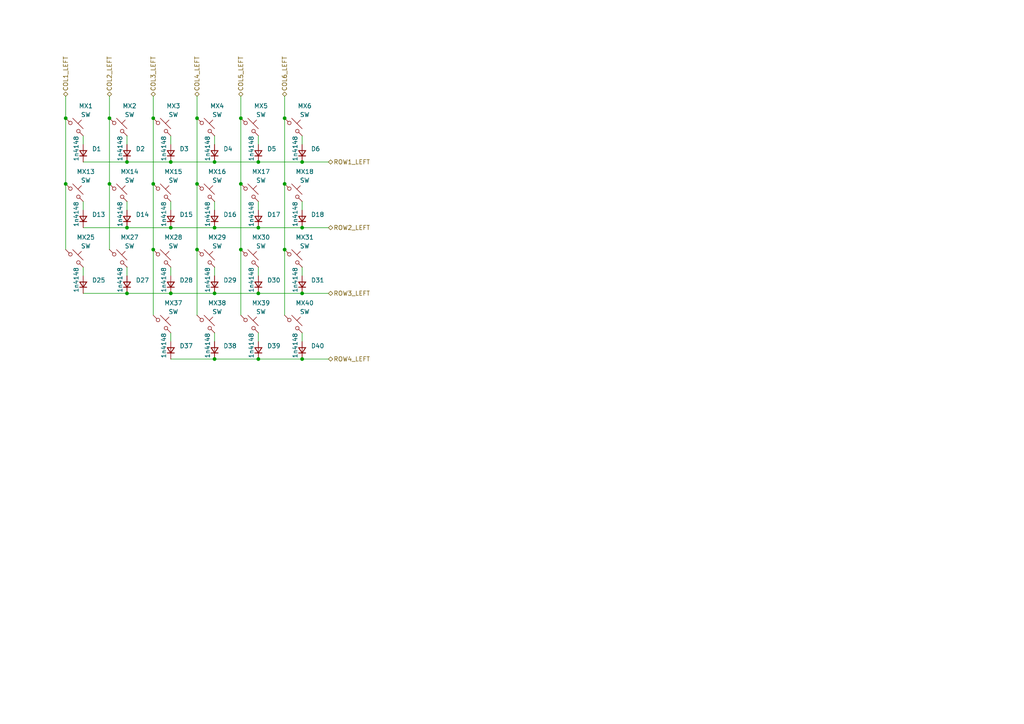
<source format=kicad_sch>
(kicad_sch (version 20231120) (generator "eeschema") (generator_version "8.0")
  (paper "A4")
  (lib_symbols
    (symbol "Device:D_Small" (pin_numbers hide) (pin_names (offset 0.254) hide)
      (property "Reference" "D" (at -1.27 2.032 0))
      (property "Value" "D_Small" (at -3.81 -2.032 0))
      (symbol "D_Small_0_1"
        (polyline (pts (xy -0.762 -1.016) (xy -0.762 1.016)) (stroke (width 0.254)))
        (polyline (pts (xy -0.762 0) (xy 0.762 0)))
        (polyline (pts (xy 0.762 -1.016) (xy -0.762 0) (xy 0.762 1.016) (xy 0.762 -1.016)) (stroke (width 0.254)))
      )
      (symbol "D_Small_1_1"
        (pin passive line (at -2.54 0 0) (length 1.778) (name "K") (number "1"))
        (pin passive line (at 2.54 0 180) (length 1.778) (name "A") (number "2"))
      )
    )
    (symbol "PCM_marbastlib-mx:MX_SW_solder" (pin_numbers hide) (pin_names (offset 1.016) hide)
      (property "Reference" "MX" (at 3.048 1.016 0))
      (property "Value" "MX_SW_solder" (at 0 -3.81 0))
      (symbol "MX_SW_solder_0_1"
        (circle (center -1.1684 1.1684) (radius 0.508))
        (polyline (pts (xy -0.508 2.54) (xy 2.54 -0.508)))
        (polyline (pts (xy 1.016 1.016) (xy 2.032 2.032)))
        (polyline (pts (xy -2.54 2.54) (xy -1.524 1.524) (xy -1.524 1.524)))
        (polyline (pts (xy 1.524 -1.524) (xy 2.54 -2.54) (xy 2.54 -2.54) (xy 2.54 -2.54)))
        (circle (center 1.143 -1.1938) (radius 0.508))
        (pin passive line (at -2.54 2.54 0) (length 0) (name "1") (number "1"))
        (pin passive line (at 2.54 -2.54 180) (length 0) (name "2") (number "2"))
      )
    )
  )
  (junction (at 57.15 34.29))
  (junction (at 87.63 85.09))
  (junction (at 31.75 34.29))
  (junction (at 36.83 85.09))
  (junction (at 49.53 85.09))
  (junction (at 69.85 34.29))
  (junction (at 82.55 34.29))
  (junction (at 74.93 85.09))
  (junction (at 69.85 72.39))
  (junction (at 49.53 66.04))
  (junction (at 87.63 66.04))
  (junction (at 74.93 66.04))
  (junction (at 69.85 53.34))
  (junction (at 49.53 46.99))
  (junction (at 74.93 46.99))
  (junction (at 82.55 72.39))
  (junction (at 74.93 104.14))
  (junction (at 62.23 46.99))
  (junction (at 82.55 53.34))
  (junction (at 62.23 66.04))
  (junction (at 44.45 53.34))
  (junction (at 57.15 72.39))
  (junction (at 19.05 53.34))
  (junction (at 36.83 66.04))
  (junction (at 36.83 46.99))
  (junction (at 87.63 104.14))
  (junction (at 19.05 34.29))
  (junction (at 62.23 104.14))
  (junction (at 62.23 85.09))
  (junction (at 87.63 46.99))
  (junction (at 44.45 72.39))
  (junction (at 31.75 53.34))
  (junction (at 44.45 34.29))
  (junction (at 57.15 53.34))
  (wire (pts (xy 74.93 39.37) (xy 74.93 41.91)))
  (wire (pts (xy 87.63 85.09) (xy 95.25 85.09)))
  (wire (pts (xy 82.55 72.39) (xy 82.55 91.44)))
  (wire (pts (xy 49.53 77.47) (xy 49.53 80.01)))
  (wire (pts (xy 69.85 53.34) (xy 69.85 72.39)))
  (wire (pts (xy 57.15 27.94) (xy 57.15 34.29)))
  (wire (pts (xy 49.53 104.14) (xy 62.23 104.14)))
  (wire (pts (xy 87.63 66.04) (xy 95.25 66.04)))
  (wire (pts (xy 62.23 39.37) (xy 62.23 41.91)))
  (wire (pts (xy 24.13 58.42) (xy 24.13 60.96)))
  (wire (pts (xy 87.63 96.52) (xy 87.63 99.06)))
  (wire (pts (xy 74.93 104.14) (xy 87.63 104.14)))
  (wire (pts (xy 87.63 39.37) (xy 87.63 41.91)))
  (wire (pts (xy 49.53 58.42) (xy 49.53 60.96)))
  (wire (pts (xy 57.15 53.34) (xy 57.15 72.39)))
  (wire (pts (xy 36.83 85.09) (xy 49.53 85.09)))
  (wire (pts (xy 62.23 96.52) (xy 62.23 99.06)))
  (wire (pts (xy 36.83 46.99) (xy 49.53 46.99)))
  (wire (pts (xy 82.55 34.29) (xy 82.55 53.34)))
  (wire (pts (xy 44.45 72.39) (xy 44.45 91.44)))
  (wire (pts (xy 36.83 58.42) (xy 36.83 60.96)))
  (wire (pts (xy 62.23 46.99) (xy 74.93 46.99)))
  (wire (pts (xy 44.45 53.34) (xy 44.45 72.39)))
  (wire (pts (xy 24.13 39.37) (xy 24.13 41.91)))
  (wire (pts (xy 74.93 58.42) (xy 74.93 60.96)))
  (wire (pts (xy 24.13 46.99) (xy 36.83 46.99)))
  (wire (pts (xy 19.05 53.34) (xy 19.05 72.39)))
  (wire (pts (xy 82.55 27.94) (xy 82.55 34.29)))
  (wire (pts (xy 74.93 77.47) (xy 74.93 80.01)))
  (wire (pts (xy 36.83 66.04) (xy 49.53 66.04)))
  (wire (pts (xy 74.93 85.09) (xy 87.63 85.09)))
  (wire (pts (xy 49.53 66.04) (xy 62.23 66.04)))
  (wire (pts (xy 69.85 34.29) (xy 69.85 53.34)))
  (wire (pts (xy 87.63 104.14) (xy 95.25 104.14)))
  (wire (pts (xy 62.23 85.09) (xy 74.93 85.09)))
  (wire (pts (xy 31.75 27.94) (xy 31.75 34.29)))
  (wire (pts (xy 62.23 77.47) (xy 62.23 80.01)))
  (wire (pts (xy 31.75 34.29) (xy 31.75 53.34)))
  (wire (pts (xy 44.45 27.94) (xy 44.45 34.29)))
  (wire (pts (xy 19.05 27.94) (xy 19.05 34.29)))
  (wire (pts (xy 49.53 39.37) (xy 49.53 41.91)))
  (wire (pts (xy 87.63 46.99) (xy 95.25 46.99)))
  (wire (pts (xy 74.93 46.99) (xy 87.63 46.99)))
  (wire (pts (xy 74.93 66.04) (xy 87.63 66.04)))
  (wire (pts (xy 36.83 39.37) (xy 36.83 41.91)))
  (wire (pts (xy 87.63 77.47) (xy 87.63 80.01)))
  (wire (pts (xy 69.85 72.39) (xy 69.85 91.44)))
  (wire (pts (xy 24.13 77.47) (xy 24.13 80.01)))
  (wire (pts (xy 24.13 66.04) (xy 36.83 66.04)))
  (wire (pts (xy 82.55 53.34) (xy 82.55 72.39)))
  (wire (pts (xy 31.75 53.34) (xy 31.75 72.39)))
  (wire (pts (xy 49.53 85.09) (xy 62.23 85.09)))
  (wire (pts (xy 57.15 34.29) (xy 57.15 53.34)))
  (wire (pts (xy 24.13 85.09) (xy 36.83 85.09)))
  (wire (pts (xy 62.23 58.42) (xy 62.23 60.96)))
  (wire (pts (xy 44.45 34.29) (xy 44.45 53.34)))
  (wire (pts (xy 87.63 58.42) (xy 87.63 60.96)))
  (wire (pts (xy 69.85 27.94) (xy 69.85 34.29)))
  (wire (pts (xy 74.93 96.52) (xy 74.93 99.06)))
  (wire (pts (xy 57.15 72.39) (xy 57.15 91.44)))
  (wire (pts (xy 62.23 66.04) (xy 74.93 66.04)))
  (wire (pts (xy 49.53 96.52) (xy 49.53 99.06)))
  (wire (pts (xy 19.05 34.29) (xy 19.05 53.34)))
  (wire (pts (xy 49.53 46.99) (xy 62.23 46.99)))
  (wire (pts (xy 36.83 77.47) (xy 36.83 80.01)))
  (wire (pts (xy 62.23 104.14) (xy 74.93 104.14)))
  (hierarchical_label "COL4_LEFT" (shape bidirectional) (at 57.15 27.94 90))
  (hierarchical_label "COL3_LEFT" (shape bidirectional) (at 44.45 27.94 90))
  (hierarchical_label "ROW2_LEFT" (shape bidirectional) (at 95.25 66.04 0))
  (hierarchical_label "COL6_LEFT" (shape bidirectional) (at 82.55 27.94 90))
  (hierarchical_label "ROW1_LEFT" (shape bidirectional) (at 95.25 46.99 0))
  (hierarchical_label "COL1_LEFT" (shape bidirectional) (at 19.05 27.94 90))
  (hierarchical_label "ROW4_LEFT" (shape bidirectional) (at 95.25 104.14 0))
  (hierarchical_label "COL5_LEFT" (shape bidirectional) (at 69.85 27.94 90))
  (hierarchical_label "COL2_LEFT" (shape bidirectional) (at 31.75 27.94 90))
  (hierarchical_label "ROW3_LEFT" (shape bidirectional) (at 95.25 85.09 0))
  (symbol (lib_id "Device:D_Small") (at 36.83 63.5 90) (unit 1)
    (property "Reference" "D14" (at 39.37 62.2299 90) (effects (justify right)))
    (property "Value" "1n4148" (at 34.798 58.42 0) (effects (justify right)))
    (property "Footprint" "Diode_SMD:D_SOD-123" (effects (hide yes)))
    (property "Description" "Diode, small symbol" (effects (hide yes)))
    (property "Sim.Device" "D" (effects (hide yes)))
    (property "Sim.Pins" "1=K 2=A" (effects (hide yes)))
  )
  (symbol (lib_id "PCM_marbastlib-mx:MX_SW_solder") (at 72.39 93.98 0) (unit 1)
    (property "Reference" "MX39" (at 75.692 87.884 0))
    (property "Value" "SW" (at 75.692 90.424 0))
    (property "Footprint" "PCM_Switch_Keyboard_Hotswap_Kailh:SW_Hotswap_Kailh_Choc_V1" (effects (hide yes)))
    (property "Description" "Push button switch, normally open, two pins, 45° tilted" (effects (hide yes)))
  )
  (symbol (lib_id "PCM_marbastlib-mx:MX_SW_solder") (at 85.09 93.98 0) (unit 1)
    (property "Reference" "MX40" (at 88.392 87.884 0))
    (property "Value" "SW" (at 88.392 90.424 0))
    (property "Footprint" "PCM_Switch_Keyboard_Hotswap_Kailh:SW_Hotswap_Kailh_Choc_V1" (effects (hide yes)))
    (property "Description" "Push button switch, normally open, two pins, 45° tilted" (effects (hide yes)))
  )
  (symbol (lib_id "PCM_marbastlib-mx:MX_SW_solder") (at 72.39 36.83 0) (unit 1)
    (property "Reference" "MX5" (at 75.692 30.734 0))
    (property "Value" "SW" (at 75.692 33.274 0))
    (property "Footprint" "PCM_Switch_Keyboard_Hotswap_Kailh:SW_Hotswap_Kailh_Choc_V1" (effects (hide yes)))
    (property "Description" "Push button switch, normally open, two pins, 45° tilted" (effects (hide yes)))
  )
  (symbol (lib_id "Device:D_Small") (at 74.93 44.45 90) (unit 1)
    (property "Reference" "D5" (at 77.47 43.1799 90) (effects (justify right)))
    (property "Value" "1n4148" (at 72.898 39.37 0) (effects (justify right)))
    (property "Footprint" "Diode_SMD:D_SOD-123" (effects (hide yes)))
    (property "Description" "Diode, small symbol" (effects (hide yes)))
    (property "Sim.Device" "D" (effects (hide yes)))
    (property "Sim.Pins" "1=K 2=A" (effects (hide yes)))
  )
  (symbol (lib_id "Device:D_Small") (at 49.53 101.6 90) (unit 1)
    (property "Reference" "D37" (at 52.07 100.3299 90) (effects (justify right)))
    (property "Value" "1n4148" (at 47.498 96.52 0) (effects (justify right)))
    (property "Footprint" "Diode_SMD:D_SOD-123" (effects (hide yes)))
    (property "Description" "Diode, small symbol" (effects (hide yes)))
    (property "Sim.Device" "D" (effects (hide yes)))
    (property "Sim.Pins" "1=K 2=A" (effects (hide yes)))
  )
  (symbol (lib_id "PCM_marbastlib-mx:MX_SW_solder") (at 34.29 36.83 0) (unit 1)
    (property "Reference" "MX2" (at 37.592 30.734 0))
    (property "Value" "SW" (at 37.592 33.274 0))
    (property "Footprint" "PCM_Switch_Keyboard_Hotswap_Kailh:SW_Hotswap_Kailh_Choc_V1" (effects (hide yes)))
    (property "Description" "Push button switch, normally open, two pins, 45° tilted" (effects (hide yes)))
  )
  (symbol (lib_id "Device:D_Small") (at 74.93 63.5 90) (unit 1)
    (property "Reference" "D17" (at 77.47 62.2299 90) (effects (justify right)))
    (property "Value" "1n4148" (at 72.898 58.42 0) (effects (justify right)))
    (property "Footprint" "Diode_SMD:D_SOD-123" (effects (hide yes)))
    (property "Description" "Diode, small symbol" (effects (hide yes)))
    (property "Sim.Device" "D" (effects (hide yes)))
    (property "Sim.Pins" "1=K 2=A" (effects (hide yes)))
  )
  (symbol (lib_id "PCM_marbastlib-mx:MX_SW_solder") (at 34.29 74.93 0) (unit 1)
    (property "Reference" "MX27" (at 37.592 68.834 0))
    (property "Value" "SW" (at 37.592 71.374 0))
    (property "Footprint" "PCM_Switch_Keyboard_Hotswap_Kailh:SW_Hotswap_Kailh_Choc_V1" (effects (hide yes)))
    (property "Description" "Push button switch, normally open, two pins, 45° tilted" (effects (hide yes)))
  )
  (symbol (lib_id "Device:D_Small") (at 62.23 101.6 90) (unit 1)
    (property "Reference" "D38" (at 64.77 100.3299 90) (effects (justify right)))
    (property "Value" "1n4148" (at 60.198 96.52 0) (effects (justify right)))
    (property "Footprint" "Diode_SMD:D_SOD-123" (effects (hide yes)))
    (property "Description" "Diode, small symbol" (effects (hide yes)))
    (property "Sim.Device" "D" (effects (hide yes)))
    (property "Sim.Pins" "1=K 2=A" (effects (hide yes)))
  )
  (symbol (lib_id "PCM_marbastlib-mx:MX_SW_solder") (at 85.09 36.83 0) (unit 1)
    (property "Reference" "MX6" (at 88.392 30.734 0))
    (property "Value" "SW" (at 88.392 33.274 0))
    (property "Footprint" "PCM_Switch_Keyboard_Hotswap_Kailh:SW_Hotswap_Kailh_Choc_V1" (effects (hide yes)))
    (property "Description" "Push button switch, normally open, two pins, 45° tilted" (effects (hide yes)))
  )
  (symbol (lib_id "PCM_marbastlib-mx:MX_SW_solder") (at 59.69 36.83 0) (unit 1)
    (property "Reference" "MX4" (at 62.992 30.734 0))
    (property "Value" "SW" (at 62.992 33.274 0))
    (property "Footprint" "PCM_Switch_Keyboard_Hotswap_Kailh:SW_Hotswap_Kailh_Choc_V1" (effects (hide yes)))
    (property "Description" "Push button switch, normally open, two pins, 45° tilted" (effects (hide yes)))
  )
  (symbol (lib_id "PCM_marbastlib-mx:MX_SW_solder") (at 46.99 36.83 0) (unit 1)
    (property "Reference" "MX3" (at 50.292 30.734 0))
    (property "Value" "SW" (at 50.292 33.274 0))
    (property "Footprint" "PCM_Switch_Keyboard_Hotswap_Kailh:SW_Hotswap_Kailh_Choc_V1" (effects (hide yes)))
    (property "Description" "Push button switch, normally open, two pins, 45° tilted" (effects (hide yes)))
  )
  (symbol (lib_id "Device:D_Small") (at 24.13 82.55 90) (unit 1)
    (property "Reference" "D25" (at 26.67 81.2799 90) (effects (justify right)))
    (property "Value" "1n4148" (at 22.098 77.47 0) (effects (justify right)))
    (property "Footprint" "Diode_SMD:D_SOD-123" (effects (hide yes)))
    (property "Description" "Diode, small symbol" (effects (hide yes)))
    (property "Sim.Device" "D" (effects (hide yes)))
    (property "Sim.Pins" "1=K 2=A" (effects (hide yes)))
  )
  (symbol (lib_id "PCM_marbastlib-mx:MX_SW_solder") (at 85.09 74.93 0) (unit 1)
    (property "Reference" "MX31" (at 88.392 68.834 0))
    (property "Value" "SW" (at 88.392 71.374 0))
    (property "Footprint" "PCM_Switch_Keyboard_Hotswap_Kailh:SW_Hotswap_Kailh_Choc_V1" (effects (hide yes)))
    (property "Description" "Push button switch, normally open, two pins, 45° tilted" (effects (hide yes)))
  )
  (symbol (lib_id "PCM_marbastlib-mx:MX_SW_solder") (at 85.09 55.88 0) (unit 1)
    (property "Reference" "MX18" (at 88.392 49.784 0))
    (property "Value" "SW" (at 88.392 52.324 0))
    (property "Footprint" "PCM_Switch_Keyboard_Hotswap_Kailh:SW_Hotswap_Kailh_Choc_V1" (effects (hide yes)))
    (property "Description" "Push button switch, normally open, two pins, 45° tilted" (effects (hide yes)))
  )
  (symbol (lib_id "Device:D_Small") (at 62.23 82.55 90) (unit 1)
    (property "Reference" "D29" (at 64.77 81.2799 90) (effects (justify right)))
    (property "Value" "1n4148" (at 60.198 77.47 0) (effects (justify right)))
    (property "Footprint" "Diode_SMD:D_SOD-123" (effects (hide yes)))
    (property "Description" "Diode, small symbol" (effects (hide yes)))
    (property "Sim.Device" "D" (effects (hide yes)))
    (property "Sim.Pins" "1=K 2=A" (effects (hide yes)))
  )
  (symbol (lib_id "PCM_marbastlib-mx:MX_SW_solder") (at 34.29 55.88 0) (unit 1)
    (property "Reference" "MX14" (at 37.592 49.784 0))
    (property "Value" "SW" (at 37.592 52.324 0))
    (property "Footprint" "PCM_Switch_Keyboard_Hotswap_Kailh:SW_Hotswap_Kailh_Choc_V1" (effects (hide yes)))
    (property "Description" "Push button switch, normally open, two pins, 45° tilted" (effects (hide yes)))
  )
  (symbol (lib_id "PCM_marbastlib-mx:MX_SW_solder") (at 72.39 55.88 0) (unit 1)
    (property "Reference" "MX17" (at 75.692 49.784 0))
    (property "Value" "SW" (at 75.692 52.324 0))
    (property "Footprint" "PCM_Switch_Keyboard_Hotswap_Kailh:SW_Hotswap_Kailh_Choc_V1" (effects (hide yes)))
    (property "Description" "Push button switch, normally open, two pins, 45° tilted" (effects (hide yes)))
  )
  (symbol (lib_id "Device:D_Small") (at 87.63 101.6 90) (unit 1)
    (property "Reference" "D40" (at 90.17 100.3299 90) (effects (justify right)))
    (property "Value" "1n4148" (at 85.598 96.52 0) (effects (justify right)))
    (property "Footprint" "Diode_SMD:D_SOD-123" (effects (hide yes)))
    (property "Description" "Diode, small symbol" (effects (hide yes)))
    (property "Sim.Device" "D" (effects (hide yes)))
    (property "Sim.Pins" "1=K 2=A" (effects (hide yes)))
  )
  (symbol (lib_id "PCM_marbastlib-mx:MX_SW_solder") (at 46.99 55.88 0) (unit 1)
    (property "Reference" "MX15" (at 50.292 49.784 0))
    (property "Value" "SW" (at 50.292 52.324 0))
    (property "Footprint" "PCM_Switch_Keyboard_Hotswap_Kailh:SW_Hotswap_Kailh_Choc_V1" (effects (hide yes)))
    (property "Description" "Push button switch, normally open, two pins, 45° tilted" (effects (hide yes)))
  )
  (symbol (lib_id "Device:D_Small") (at 87.63 82.55 90) (unit 1)
    (property "Reference" "D31" (at 90.17 81.2799 90) (effects (justify right)))
    (property "Value" "1n4148" (at 85.598 77.47 0) (effects (justify right)))
    (property "Footprint" "Diode_SMD:D_SOD-123" (effects (hide yes)))
    (property "Description" "Diode, small symbol" (effects (hide yes)))
    (property "Sim.Device" "D" (effects (hide yes)))
    (property "Sim.Pins" "1=K 2=A" (effects (hide yes)))
  )
  (symbol (lib_id "PCM_marbastlib-mx:MX_SW_solder") (at 59.69 93.98 0) (unit 1)
    (property "Reference" "MX38" (at 62.992 87.884 0))
    (property "Value" "SW" (at 62.992 90.424 0))
    (property "Footprint" "PCM_Switch_Keyboard_Hotswap_Kailh:SW_Hotswap_Kailh_Choc_V1" (effects (hide yes)))
    (property "Description" "Push button switch, normally open, two pins, 45° tilted" (effects (hide yes)))
  )
  (symbol (lib_id "PCM_marbastlib-mx:MX_SW_solder") (at 21.59 74.93 0) (unit 1)
    (property "Reference" "MX25" (at 24.892 68.834 0))
    (property "Value" "SW" (at 24.892 71.374 0))
    (property "Footprint" "PCM_Switch_Keyboard_Hotswap_Kailh:SW_Hotswap_Kailh_Choc_V1" (effects (hide yes)))
    (property "Description" "Push button switch, normally open, two pins, 45° tilted" (effects (hide yes)))
  )
  (symbol (lib_id "PCM_marbastlib-mx:MX_SW_solder") (at 72.39 74.93 0) (unit 1)
    (property "Reference" "MX30" (at 75.692 68.834 0))
    (property "Value" "SW" (at 75.692 71.374 0))
    (property "Footprint" "PCM_Switch_Keyboard_Hotswap_Kailh:SW_Hotswap_Kailh_Choc_V1" (effects (hide yes)))
    (property "Description" "Push button switch, normally open, two pins, 45° tilted" (effects (hide yes)))
  )
  (symbol (lib_id "Device:D_Small") (at 24.13 63.5 90) (unit 1)
    (property "Reference" "D13" (at 26.67 62.2299 90) (effects (justify right)))
    (property "Value" "1n4148" (at 22.098 58.42 0) (effects (justify right)))
    (property "Footprint" "Diode_SMD:D_SOD-123" (effects (hide yes)))
    (property "Description" "Diode, small symbol" (effects (hide yes)))
    (property "Sim.Device" "D" (effects (hide yes)))
    (property "Sim.Pins" "1=K 2=A" (effects (hide yes)))
  )
  (symbol (lib_id "Device:D_Small") (at 36.83 82.55 90) (unit 1)
    (property "Reference" "D27" (at 39.37 81.2799 90) (effects (justify right)))
    (property "Value" "1n4148" (at 34.798 77.47 0) (effects (justify right)))
    (property "Footprint" "Diode_SMD:D_SOD-123" (effects (hide yes)))
    (property "Description" "Diode, small symbol" (effects (hide yes)))
    (property "Sim.Device" "D" (effects (hide yes)))
    (property "Sim.Pins" "1=K 2=A" (effects (hide yes)))
  )
  (symbol (lib_id "Device:D_Small") (at 87.63 63.5 90) (unit 1)
    (property "Reference" "D18" (at 90.17 62.2299 90) (effects (justify right)))
    (property "Value" "1n4148" (at 85.598 58.42 0) (effects (justify right)))
    (property "Footprint" "Diode_SMD:D_SOD-123" (effects (hide yes)))
    (property "Description" "Diode, small symbol" (effects (hide yes)))
    (property "Sim.Device" "D" (effects (hide yes)))
    (property "Sim.Pins" "1=K 2=A" (effects (hide yes)))
  )
  (symbol (lib_id "PCM_marbastlib-mx:MX_SW_solder") (at 46.99 93.98 0) (unit 1)
    (property "Reference" "MX37" (at 50.292 87.884 0))
    (property "Value" "SW" (at 50.292 90.424 0))
    (property "Footprint" "PCM_Switch_Keyboard_Hotswap_Kailh:SW_Hotswap_Kailh_Choc_V1" (effects (hide yes)))
    (property "Description" "Push button switch, normally open, two pins, 45° tilted" (effects (hide yes)))
  )
  (symbol (lib_id "Device:D_Small") (at 62.23 44.45 90) (unit 1)
    (property "Reference" "D4" (at 64.77 43.1799 90) (effects (justify right)))
    (property "Value" "1n4148" (at 60.198 39.37 0) (effects (justify right)))
    (property "Footprint" "Diode_SMD:D_SOD-123" (effects (hide yes)))
    (property "Description" "Diode, small symbol" (effects (hide yes)))
    (property "Sim.Device" "D" (effects (hide yes)))
    (property "Sim.Pins" "1=K 2=A" (effects (hide yes)))
  )
  (symbol (lib_id "Device:D_Small") (at 49.53 44.45 90) (unit 1)
    (property "Reference" "D3" (at 52.07 43.1799 90) (effects (justify right)))
    (property "Value" "1n4148" (at 47.498 39.37 0) (effects (justify right)))
    (property "Footprint" "Diode_SMD:D_SOD-123" (effects (hide yes)))
    (property "Description" "Diode, small symbol" (effects (hide yes)))
    (property "Sim.Device" "D" (effects (hide yes)))
    (property "Sim.Pins" "1=K 2=A" (effects (hide yes)))
  )
  (symbol (lib_id "Device:D_Small") (at 36.83 44.45 90) (unit 1)
    (property "Reference" "D2" (at 39.37 43.1799 90) (effects (justify right)))
    (property "Value" "1n4148" (at 34.798 39.37 0) (effects (justify right)))
    (property "Footprint" "Diode_SMD:D_SOD-123" (effects (hide yes)))
    (property "Description" "Diode, small symbol" (effects (hide yes)))
    (property "Sim.Device" "D" (effects (hide yes)))
    (property "Sim.Pins" "1=K 2=A" (effects (hide yes)))
  )
  (symbol (lib_id "Device:D_Small") (at 24.13 44.45 90) (unit 1)
    (property "Reference" "D1" (at 26.67 43.1799 90) (effects (justify right)))
    (property "Value" "1n4148" (at 22.098 39.37 0) (effects (justify right)))
    (property "Footprint" "Diode_SMD:D_SOD-123" (effects (hide yes)))
    (property "Description" "Diode, small symbol" (effects (hide yes)))
    (property "Sim.Device" "D" (effects (hide yes)))
    (property "Sim.Pins" "1=K 2=A" (effects (hide yes)))
  )
  (symbol (lib_id "PCM_marbastlib-mx:MX_SW_solder") (at 21.59 55.88 0) (unit 1)
    (property "Reference" "MX13" (at 24.892 49.784 0))
    (property "Value" "SW" (at 24.892 52.324 0))
    (property "Footprint" "PCM_Switch_Keyboard_Hotswap_Kailh:SW_Hotswap_Kailh_Choc_V1" (effects (hide yes)))
    (property "Description" "Push button switch, normally open, two pins, 45° tilted" (effects (hide yes)))
  )
  (symbol (lib_id "PCM_marbastlib-mx:MX_SW_solder") (at 59.69 74.93 0) (unit 1)
    (property "Reference" "MX29" (at 62.992 68.834 0))
    (property "Value" "SW" (at 62.992 71.374 0))
    (property "Footprint" "PCM_Switch_Keyboard_Hotswap_Kailh:SW_Hotswap_Kailh_Choc_V1" (effects (hide yes)))
    (property "Description" "Push button switch, normally open, two pins, 45° tilted" (effects (hide yes)))
  )
  (symbol (lib_id "Device:D_Small") (at 74.93 82.55 90) (unit 1)
    (property "Reference" "D30" (at 77.47 81.2799 90) (effects (justify right)))
    (property "Value" "1n4148" (at 72.898 77.47 0) (effects (justify right)))
    (property "Footprint" "Diode_SMD:D_SOD-123" (effects (hide yes)))
    (property "Description" "Diode, small symbol" (effects (hide yes)))
    (property "Sim.Device" "D" (effects (hide yes)))
    (property "Sim.Pins" "1=K 2=A" (effects (hide yes)))
  )
  (symbol (lib_id "Device:D_Small") (at 74.93 101.6 90) (unit 1)
    (property "Reference" "D39" (at 77.47 100.3299 90) (effects (justify right)))
    (property "Value" "1n4148" (at 72.898 96.52 0) (effects (justify right)))
    (property "Footprint" "Diode_SMD:D_SOD-123" (effects (hide yes)))
    (property "Description" "Diode, small symbol" (effects (hide yes)))
    (property "Sim.Device" "D" (effects (hide yes)))
    (property "Sim.Pins" "1=K 2=A" (effects (hide yes)))
  )
  (symbol (lib_id "Device:D_Small") (at 49.53 82.55 90) (unit 1)
    (property "Reference" "D28" (at 52.07 81.2799 90) (effects (justify right)))
    (property "Value" "1n4148" (at 47.498 77.47 0) (effects (justify right)))
    (property "Footprint" "Diode_SMD:D_SOD-123" (effects (hide yes)))
    (property "Description" "Diode, small symbol" (effects (hide yes)))
    (property "Sim.Device" "D" (effects (hide yes)))
    (property "Sim.Pins" "1=K 2=A" (effects (hide yes)))
  )
  (symbol (lib_id "Device:D_Small") (at 62.23 63.5 90) (unit 1)
    (property "Reference" "D16" (at 64.77 62.2299 90) (effects (justify right)))
    (property "Value" "1n4148" (at 60.198 58.42 0) (effects (justify right)))
    (property "Footprint" "Diode_SMD:D_SOD-123" (effects (hide yes)))
    (property "Description" "Diode, small symbol" (effects (hide yes)))
    (property "Sim.Device" "D" (effects (hide yes)))
    (property "Sim.Pins" "1=K 2=A" (effects (hide yes)))
  )
  (symbol (lib_id "PCM_marbastlib-mx:MX_SW_solder") (at 46.99 74.93 0) (unit 1)
    (property "Reference" "MX28" (at 50.292 68.834 0))
    (property "Value" "SW" (at 50.292 71.374 0))
    (property "Footprint" "PCM_Switch_Keyboard_Hotswap_Kailh:SW_Hotswap_Kailh_Choc_V1" (effects (hide yes)))
    (property "Description" "Push button switch, normally open, two pins, 45° tilted" (effects (hide yes)))
  )
  (symbol (lib_id "PCM_marbastlib-mx:MX_SW_solder") (at 59.69 55.88 0) (unit 1)
    (property "Reference" "MX16" (at 62.992 49.784 0))
    (property "Value" "SW" (at 62.992 52.324 0))
    (property "Footprint" "PCM_Switch_Keyboard_Hotswap_Kailh:SW_Hotswap_Kailh_Choc_V1" (effects (hide yes)))
    (property "Description" "Push button switch, normally open, two pins, 45° tilted" (effects (hide yes)))
  )
  (symbol (lib_id "Device:D_Small") (at 87.63 44.45 90) (unit 1)
    (property "Reference" "D6" (at 90.17 43.1799 90) (effects (justify right)))
    (property "Value" "1n4148" (at 85.598 39.37 0) (effects (justify right)))
    (property "Footprint" "Diode_SMD:D_SOD-123" (effects (hide yes)))
    (property "Description" "Diode, small symbol" (effects (hide yes)))
    (property "Sim.Device" "D" (effects (hide yes)))
    (property "Sim.Pins" "1=K 2=A" (effects (hide yes)))
  )
  (symbol (lib_id "Device:D_Small") (at 49.53 63.5 90) (unit 1)
    (property "Reference" "D15" (at 52.07 62.2299 90) (effects (justify right)))
    (property "Value" "1n4148" (at 47.498 58.42 0) (effects (justify right)))
    (property "Footprint" "Diode_SMD:D_SOD-123" (effects (hide yes)))
    (property "Description" "Diode, small symbol" (effects (hide yes)))
    (property "Sim.Device" "D" (effects (hide yes)))
    (property "Sim.Pins" "1=K 2=A" (effects (hide yes)))
  )
  (symbol (lib_id "PCM_marbastlib-mx:MX_SW_solder") (at 21.59 36.83 0) (unit 1)
    (property "Reference" "MX1" (at 24.892 30.734 0))
    (property "Value" "SW" (at 24.892 33.274 0))
    (property "Footprint" "PCM_Switch_Keyboard_Hotswap_Kailh:SW_Hotswap_Kailh_Choc_V1" (effects (hide yes)))
    (property "Description" "Push button switch, normally open, two pins, 45° tilted" (effects (hide yes)))
  )
)
</source>
